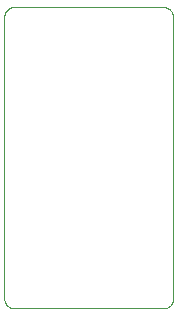
<source format=gbp>
G75*
%MOIN*%
%OFA0B0*%
%FSLAX25Y25*%
%IPPOS*%
%LPD*%
%AMOC8*
5,1,8,0,0,1.08239X$1,22.5*
%
%ADD10C,0.00000*%
D10*
X0048750Y0031333D02*
X0048750Y0125033D01*
X0048752Y0125147D01*
X0048758Y0125260D01*
X0048767Y0125373D01*
X0048780Y0125486D01*
X0048797Y0125599D01*
X0048818Y0125710D01*
X0048843Y0125821D01*
X0048871Y0125931D01*
X0048903Y0126040D01*
X0048938Y0126148D01*
X0048977Y0126255D01*
X0049020Y0126360D01*
X0049066Y0126464D01*
X0049115Y0126566D01*
X0049168Y0126667D01*
X0049225Y0126766D01*
X0049284Y0126862D01*
X0049347Y0126957D01*
X0049413Y0127050D01*
X0049482Y0127140D01*
X0049554Y0127228D01*
X0049628Y0127314D01*
X0049706Y0127397D01*
X0049786Y0127477D01*
X0049869Y0127555D01*
X0049955Y0127629D01*
X0050043Y0127701D01*
X0050133Y0127770D01*
X0050226Y0127836D01*
X0050321Y0127899D01*
X0050417Y0127958D01*
X0050516Y0128015D01*
X0050617Y0128068D01*
X0050719Y0128117D01*
X0050823Y0128163D01*
X0050928Y0128206D01*
X0051035Y0128245D01*
X0051143Y0128280D01*
X0051252Y0128312D01*
X0051362Y0128340D01*
X0051473Y0128365D01*
X0051584Y0128386D01*
X0051697Y0128403D01*
X0051810Y0128416D01*
X0051923Y0128425D01*
X0052036Y0128431D01*
X0052150Y0128433D01*
X0101646Y0128433D01*
X0101761Y0128431D01*
X0101875Y0128425D01*
X0101989Y0128415D01*
X0102103Y0128402D01*
X0102216Y0128384D01*
X0102328Y0128363D01*
X0102440Y0128338D01*
X0102551Y0128309D01*
X0102661Y0128276D01*
X0102769Y0128239D01*
X0102876Y0128199D01*
X0102982Y0128155D01*
X0103086Y0128108D01*
X0103189Y0128057D01*
X0103290Y0128003D01*
X0103389Y0127945D01*
X0103486Y0127884D01*
X0103580Y0127819D01*
X0103673Y0127751D01*
X0103763Y0127681D01*
X0103850Y0127607D01*
X0103935Y0127530D01*
X0104018Y0127451D01*
X0104097Y0127368D01*
X0104174Y0127283D01*
X0104248Y0127196D01*
X0104318Y0127106D01*
X0104386Y0127013D01*
X0104451Y0126919D01*
X0104512Y0126822D01*
X0104570Y0126723D01*
X0104624Y0126622D01*
X0104675Y0126519D01*
X0104722Y0126415D01*
X0104766Y0126309D01*
X0104806Y0126202D01*
X0104843Y0126094D01*
X0104876Y0125984D01*
X0104905Y0125873D01*
X0104930Y0125761D01*
X0104951Y0125649D01*
X0104969Y0125536D01*
X0104982Y0125422D01*
X0104992Y0125308D01*
X0104998Y0125194D01*
X0105000Y0125079D01*
X0105000Y0031095D01*
X0104998Y0030985D01*
X0104992Y0030874D01*
X0104983Y0030764D01*
X0104969Y0030655D01*
X0104952Y0030546D01*
X0104931Y0030438D01*
X0104906Y0030330D01*
X0104878Y0030223D01*
X0104845Y0030118D01*
X0104809Y0030014D01*
X0104770Y0029910D01*
X0104727Y0029809D01*
X0104680Y0029709D01*
X0104630Y0029611D01*
X0104576Y0029514D01*
X0104520Y0029419D01*
X0104459Y0029327D01*
X0104396Y0029236D01*
X0104330Y0029148D01*
X0104260Y0029063D01*
X0104188Y0028979D01*
X0104113Y0028898D01*
X0104035Y0028820D01*
X0103954Y0028745D01*
X0103870Y0028673D01*
X0103785Y0028603D01*
X0103697Y0028537D01*
X0103606Y0028474D01*
X0103514Y0028413D01*
X0103419Y0028357D01*
X0103322Y0028303D01*
X0103224Y0028253D01*
X0103124Y0028206D01*
X0103023Y0028163D01*
X0102919Y0028124D01*
X0102815Y0028088D01*
X0102710Y0028055D01*
X0102603Y0028027D01*
X0102495Y0028002D01*
X0102387Y0027981D01*
X0102278Y0027964D01*
X0102169Y0027950D01*
X0102059Y0027941D01*
X0101948Y0027935D01*
X0101838Y0027933D01*
X0052150Y0027933D01*
X0052036Y0027935D01*
X0051923Y0027941D01*
X0051810Y0027950D01*
X0051697Y0027963D01*
X0051584Y0027980D01*
X0051473Y0028001D01*
X0051362Y0028026D01*
X0051252Y0028054D01*
X0051143Y0028086D01*
X0051035Y0028121D01*
X0050928Y0028160D01*
X0050823Y0028203D01*
X0050719Y0028249D01*
X0050617Y0028298D01*
X0050516Y0028351D01*
X0050417Y0028408D01*
X0050321Y0028467D01*
X0050226Y0028530D01*
X0050133Y0028596D01*
X0050043Y0028665D01*
X0049955Y0028737D01*
X0049869Y0028811D01*
X0049786Y0028889D01*
X0049706Y0028969D01*
X0049628Y0029052D01*
X0049554Y0029138D01*
X0049482Y0029226D01*
X0049413Y0029316D01*
X0049347Y0029409D01*
X0049284Y0029504D01*
X0049225Y0029600D01*
X0049168Y0029699D01*
X0049115Y0029800D01*
X0049066Y0029902D01*
X0049020Y0030006D01*
X0048977Y0030111D01*
X0048938Y0030218D01*
X0048903Y0030326D01*
X0048871Y0030435D01*
X0048843Y0030545D01*
X0048818Y0030656D01*
X0048797Y0030767D01*
X0048780Y0030880D01*
X0048767Y0030993D01*
X0048758Y0031106D01*
X0048752Y0031219D01*
X0048750Y0031333D01*
M02*

</source>
